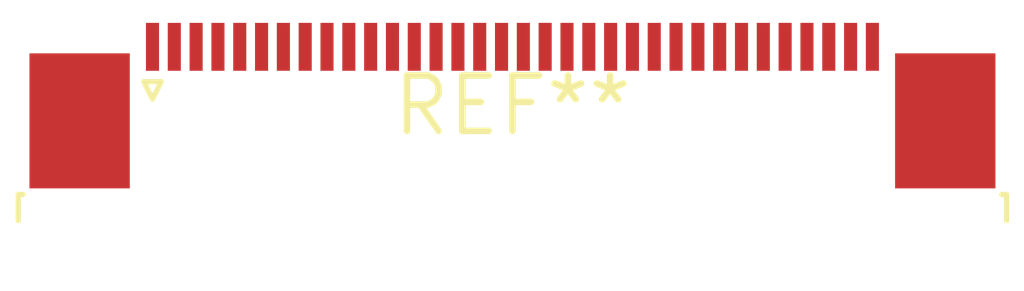
<source format=kicad_pcb>
(kicad_pcb (version 20240108) (generator pcbnew)
  (layers (0 "F.Cu" signal) (31 "B.Cu" signal) (34 "B.Paste" user) (35 "F.Paste" user) (36 "B.SilkS" user "B.Silkscreen") (37 "F.SilkS" user "F.Silkscreen") (38 "B.Mask" user) (39 "F.Mask" user) (44 "Edge.Cuts" user))
  (net 0 "")
  (footprint "TE_3-1734839-4_1x34-1MP_P0.5mm_Horizontal" (layer "F.Cu") (at 0 0)
    (property "Reference" "REF**")
    (property "Value" "PCB Edge")
    (fp_line (start -11.325 2.04) (end -11.325 2.64) (layer "F.SilkS") (stroke (width 0.12)))
    (fp_line (start -11.215 2.04) (end -11.325 2.04) (layer "F.SilkS") (stroke (width 0.12)))
    (fp_line (start -8.45 -0.55) (end -8.25 -0.15) (layer "F.SilkS") (stroke (width 0.12)))
    (fp_line (start -8.25 -0.15) (end -8.05 -0.55) (layer "F.SilkS") (stroke (width 0.12)))
    (fp_line (start -8.05 -0.55) (end -8.45 -0.55) (layer "F.SilkS") (stroke (width 0.12)))
    (fp_line (start 11.215 2.04) (end 11.325 2.04) (layer "F.SilkS") (stroke (width 0.12)))
    (fp_line (start 11.325 2.04) (end 11.325 2.64) (layer "F.SilkS") (stroke (width 0.12)))
    (pad "1" smd rect (at -8.25 -1.35) (size 0.3 1.1) (layers "F.Cu" "F.Paste" "F.Mask"))
    (pad "2" smd rect (at -7.75 -1.35) (size 0.3 1.1) (layers "F.Cu" "F.Paste" "F.Mask"))
    (pad "3" smd rect (at -7.25 -1.35) (size 0.3 1.1) (layers "F.Cu" "F.Paste" "F.Mask"))
    (pad "4" smd rect (at -6.75 -1.35) (size 0.3 1.1) (layers "F.Cu" "F.Paste" "F.Mask"))
    (pad "5" smd rect (at -6.25 -1.35) (size 0.3 1.1) (layers "F.Cu" "F.Paste" "F.Mask"))
    (pad "6" smd rect (at -5.75 -1.35) (size 0.3 1.1) (layers "F.Cu" "F.Paste" "F.Mask"))
    (pad "7" smd rect (at -5.25 -1.35) (size 0.3 1.1) (layers "F.Cu" "F.Paste" "F.Mask"))
    (pad "8" smd rect (at -4.75 -1.35) (size 0.3 1.1) (layers "F.Cu" "F.Paste" "F.Mask"))
    (pad "9" smd rect (at -4.25 -1.35) (size 0.3 1.1) (layers "F.Cu" "F.Paste" "F.Mask"))
    (pad "10" smd rect (at -3.75 -1.35) (size 0.3 1.1) (layers "F.Cu" "F.Paste" "F.Mask"))
    (pad "11" smd rect (at -3.25 -1.35) (size 0.3 1.1) (layers "F.Cu" "F.Paste" "F.Mask"))
    (pad "12" smd rect (at -2.75 -1.35) (size 0.3 1.1) (layers "F.Cu" "F.Paste" "F.Mask"))
    (pad "13" smd rect (at -2.25 -1.35) (size 0.3 1.1) (layers "F.Cu" "F.Paste" "F.Mask"))
    (pad "14" smd rect (at -1.75 -1.35) (size 0.3 1.1) (layers "F.Cu" "F.Paste" "F.Mask"))
    (pad "15" smd rect (at -1.25 -1.35) (size 0.3 1.1) (layers "F.Cu" "F.Paste" "F.Mask"))
    (pad "16" smd rect (at -0.75 -1.35) (size 0.3 1.1) (layers "F.Cu" "F.Paste" "F.Mask"))
    (pad "17" smd rect (at -0.25 -1.35) (size 0.3 1.1) (layers "F.Cu" "F.Paste" "F.Mask"))
    (pad "18" smd rect (at 0.25 -1.35) (size 0.3 1.1) (layers "F.Cu" "F.Paste" "F.Mask"))
    (pad "19" smd rect (at 0.75 -1.35) (size 0.3 1.1) (layers "F.Cu" "F.Paste" "F.Mask"))
    (pad "20" smd rect (at 1.25 -1.35) (size 0.3 1.1) (layers "F.Cu" "F.Paste" "F.Mask"))
    (pad "21" smd rect (at 1.75 -1.35) (size 0.3 1.1) (layers "F.Cu" "F.Paste" "F.Mask"))
    (pad "22" smd rect (at 2.25 -1.35) (size 0.3 1.1) (layers "F.Cu" "F.Paste" "F.Mask"))
    (pad "23" smd rect (at 2.75 -1.35) (size 0.3 1.1) (layers "F.Cu" "F.Paste" "F.Mask"))
    (pad "24" smd rect (at 3.25 -1.35) (size 0.3 1.1) (layers "F.Cu" "F.Paste" "F.Mask"))
    (pad "25" smd rect (at 3.75 -1.35) (size 0.3 1.1) (layers "F.Cu" "F.Paste" "F.Mask"))
    (pad "26" smd rect (at 4.25 -1.35) (size 0.3 1.1) (layers "F.Cu" "F.Paste" "F.Mask"))
    (pad "27" smd rect (at 4.75 -1.35) (size 0.3 1.1) (layers "F.Cu" "F.Paste" "F.Mask"))
    (pad "28" smd rect (at 5.25 -1.35) (size 0.3 1.1) (layers "F.Cu" "F.Paste" "F.Mask"))
    (pad "29" smd rect (at 5.75 -1.35) (size 0.3 1.1) (layers "F.Cu" "F.Paste" "F.Mask"))
    (pad "30" smd rect (at 6.25 -1.35) (size 0.3 1.1) (layers "F.Cu" "F.Paste" "F.Mask"))
    (pad "31" smd rect (at 6.75 -1.35) (size 0.3 1.1) (layers "F.Cu" "F.Paste" "F.Mask"))
    (pad "32" smd rect (at 7.25 -1.35) (size 0.3 1.1) (layers "F.Cu" "F.Paste" "F.Mask"))
    (pad "33" smd rect (at 7.75 -1.35) (size 0.3 1.1) (layers "F.Cu" "F.Paste" "F.Mask"))
    (pad "34" smd rect (at 8.25 -1.35) (size 0.3 1.1) (layers "F.Cu" "F.Paste" "F.Mask"))
    (pad "MP" smd rect (at -9.92 0.35) (size 2.3 3.1) (layers "F.Cu" "F.Paste" "F.Mask"))
    (pad "MP" smd rect (at 9.92 0.35) (size 2.3 3.1) (layers "F.Cu" "F.Paste" "F.Mask"))
  )
)
</source>
